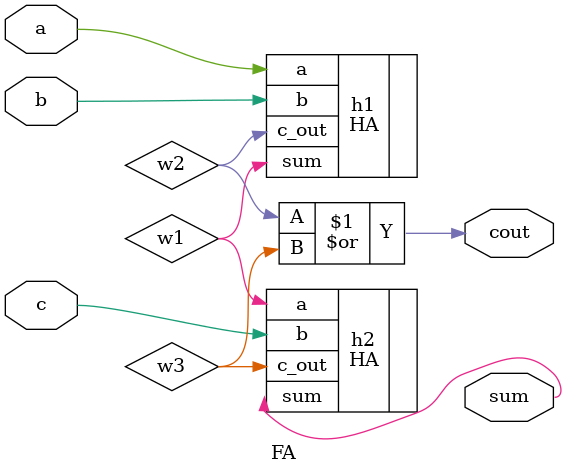
<source format=v>
module FA (
		input a,
		input b,
		input c,
	
		output sum,
		output cout
	);
	
		HA h1( 
			.a(a),
			.b(b),
			.c_out(w2),
			.sum(w1)
		);
		
		HA h2( 
			.a(w1),
			.b(c),
			.c_out(w3),
			.sum(sum)
		);
		
		or o1(cout,w2,w3);

endmodule

	
		
		
</source>
